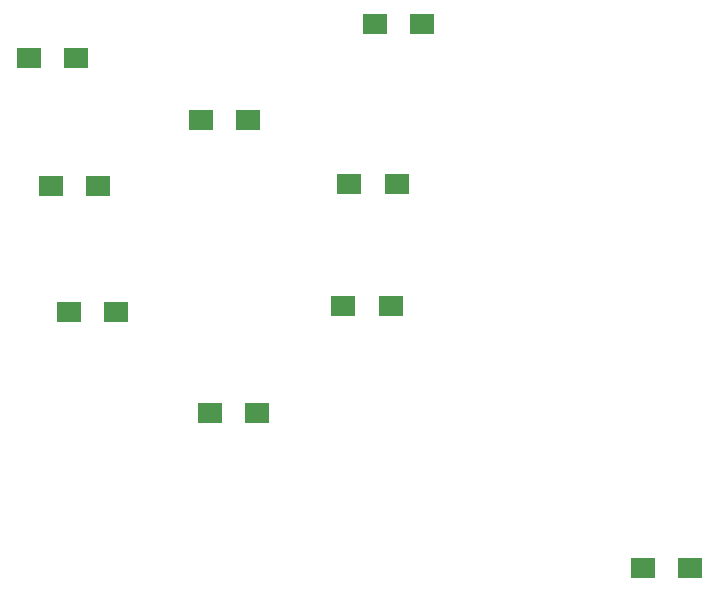
<source format=gtp>
G04 #@! TF.FileFunction,Paste,Top*
%FSLAX46Y46*%
G04 Gerber Fmt 4.6, Leading zero omitted, Abs format (unit mm)*
G04 Created by KiCad (PCBNEW 4.0.6) date 06/20/18 20:32:45*
%MOMM*%
%LPD*%
G01*
G04 APERTURE LIST*
%ADD10C,0.100000*%
%ADD11R,2.000000X1.700000*%
G04 APERTURE END LIST*
D10*
D11*
X102020620Y-98572320D03*
X106020620Y-98572320D03*
X90735400Y-107640120D03*
X94735400Y-107640120D03*
X127387600Y-120738900D03*
X131387600Y-120738900D03*
X102531160Y-88270080D03*
X106531160Y-88270080D03*
X104680000Y-74676000D03*
X108680000Y-74676000D03*
X89948000Y-82804000D03*
X93948000Y-82804000D03*
X75393800Y-77541120D03*
X79393800Y-77541120D03*
X77248000Y-88392000D03*
X81248000Y-88392000D03*
X78772000Y-99060000D03*
X82772000Y-99060000D03*
M02*

</source>
